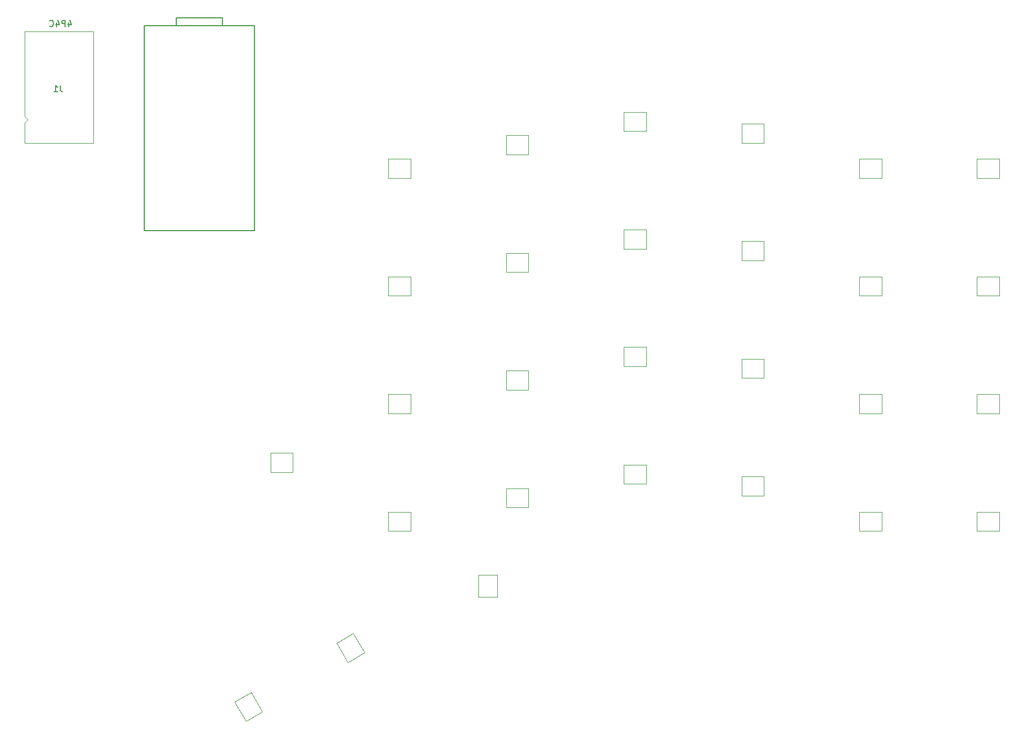
<source format=gbr>
%TF.GenerationSoftware,KiCad,Pcbnew,8.0.1*%
%TF.CreationDate,2024-04-28T15:39:47+00:00*%
%TF.ProjectId,split_kb,73706c69-745f-46b6-922e-6b696361645f,rev?*%
%TF.SameCoordinates,Original*%
%TF.FileFunction,AssemblyDrawing,Bot*%
%FSLAX46Y46*%
G04 Gerber Fmt 4.6, Leading zero omitted, Abs format (unit mm)*
G04 Created by KiCad (PCBNEW 8.0.1) date 2024-04-28 15:39:47*
%MOMM*%
%LPD*%
G01*
G04 APERTURE LIST*
%ADD10C,0.150000*%
%ADD11C,0.100000*%
G04 APERTURE END LIST*
D10*
X74823714Y-38132152D02*
X74823714Y-38798819D01*
X75061809Y-37751200D02*
X75299904Y-38465485D01*
X75299904Y-38465485D02*
X74680857Y-38465485D01*
X74299904Y-38798819D02*
X74299904Y-37798819D01*
X74299904Y-37798819D02*
X73918952Y-37798819D01*
X73918952Y-37798819D02*
X73823714Y-37846438D01*
X73823714Y-37846438D02*
X73776095Y-37894057D01*
X73776095Y-37894057D02*
X73728476Y-37989295D01*
X73728476Y-37989295D02*
X73728476Y-38132152D01*
X73728476Y-38132152D02*
X73776095Y-38227390D01*
X73776095Y-38227390D02*
X73823714Y-38275009D01*
X73823714Y-38275009D02*
X73918952Y-38322628D01*
X73918952Y-38322628D02*
X74299904Y-38322628D01*
X72871333Y-38132152D02*
X72871333Y-38798819D01*
X73109428Y-37751200D02*
X73347523Y-38465485D01*
X73347523Y-38465485D02*
X72728476Y-38465485D01*
X71776095Y-38703580D02*
X71823714Y-38751200D01*
X71823714Y-38751200D02*
X71966571Y-38798819D01*
X71966571Y-38798819D02*
X72061809Y-38798819D01*
X72061809Y-38798819D02*
X72204666Y-38751200D01*
X72204666Y-38751200D02*
X72299904Y-38655961D01*
X72299904Y-38655961D02*
X72347523Y-38560723D01*
X72347523Y-38560723D02*
X72395142Y-38370247D01*
X72395142Y-38370247D02*
X72395142Y-38227390D01*
X72395142Y-38227390D02*
X72347523Y-38036914D01*
X72347523Y-38036914D02*
X72299904Y-37941676D01*
X72299904Y-37941676D02*
X72204666Y-37846438D01*
X72204666Y-37846438D02*
X72061809Y-37798819D01*
X72061809Y-37798819D02*
X71966571Y-37798819D01*
X71966571Y-37798819D02*
X71823714Y-37846438D01*
X71823714Y-37846438D02*
X71776095Y-37894057D01*
X73491333Y-48338819D02*
X73491333Y-49053104D01*
X73491333Y-49053104D02*
X73538952Y-49195961D01*
X73538952Y-49195961D02*
X73634190Y-49291200D01*
X73634190Y-49291200D02*
X73777047Y-49338819D01*
X73777047Y-49338819D02*
X73872285Y-49338819D01*
X72491333Y-49338819D02*
X73062761Y-49338819D01*
X72777047Y-49338819D02*
X72777047Y-48338819D01*
X72777047Y-48338819D02*
X72872285Y-48481676D01*
X72872285Y-48481676D02*
X72967523Y-48576914D01*
X72967523Y-48576914D02*
X73062761Y-48624533D01*
D11*
%TO.C,SW_back_24*%
X202450000Y-117200000D02*
X202450000Y-120300000D01*
X206050000Y-117200000D02*
X202450000Y-117200000D01*
X206050000Y-117200000D02*
X206050000Y-120300000D01*
X206050000Y-120300000D02*
X202450000Y-120300000D01*
%TO.C,SW_back_4*%
X183450000Y-54500000D02*
X183450000Y-57600000D01*
X187050000Y-54500000D02*
X183450000Y-54500000D01*
X187050000Y-54500000D02*
X187050000Y-57600000D01*
X187050000Y-57600000D02*
X183450000Y-57600000D01*
%TO.C,SW_back_10*%
X202450000Y-79200000D02*
X202450000Y-82300000D01*
X206050000Y-79200000D02*
X202450000Y-79200000D01*
X206050000Y-79200000D02*
X206050000Y-82300000D01*
X206050000Y-82300000D02*
X202450000Y-82300000D01*
%TO.C,SW_back_26*%
X164450000Y-109600000D02*
X164450000Y-112700000D01*
X168050000Y-109600000D02*
X164450000Y-109600000D01*
X168050000Y-109600000D02*
X168050000Y-112700000D01*
X168050000Y-112700000D02*
X164450000Y-112700000D01*
%TO.C,SW_back_13*%
X145450000Y-75400000D02*
X145450000Y-78500000D01*
X149050000Y-75400000D02*
X145450000Y-75400000D01*
X149050000Y-75400000D02*
X149050000Y-78500000D01*
X149050000Y-78500000D02*
X145450000Y-78500000D01*
%TO.C,SW_back_16*%
X221450000Y-98200000D02*
X221450000Y-101300000D01*
X225050000Y-98200000D02*
X221450000Y-98200000D01*
X225050000Y-98200000D02*
X225050000Y-101300000D01*
X225050000Y-101300000D02*
X221450000Y-101300000D01*
%TO.C,SW_back_3*%
X202450000Y-60200000D02*
X202450000Y-63300000D01*
X206050000Y-60200000D02*
X202450000Y-60200000D01*
X206050000Y-60200000D02*
X206050000Y-63300000D01*
X206050000Y-63300000D02*
X202450000Y-63300000D01*
%TO.C,SW_back_14*%
X126450000Y-79200000D02*
X126450000Y-82300000D01*
X130050000Y-79200000D02*
X126450000Y-79200000D01*
X130050000Y-79200000D02*
X130050000Y-82300000D01*
X130050000Y-82300000D02*
X126450000Y-82300000D01*
%TO.C,SW_back_19*%
X164450000Y-90600000D02*
X164450000Y-93700000D01*
X168050000Y-90600000D02*
X164450000Y-90600000D01*
X168050000Y-90600000D02*
X168050000Y-93700000D01*
X168050000Y-93700000D02*
X164450000Y-93700000D01*
%TO.C,SW_back_21*%
X126450000Y-98200000D02*
X126450000Y-101300000D01*
X130050000Y-98200000D02*
X126450000Y-98200000D01*
X130050000Y-98200000D02*
X130050000Y-101300000D01*
X130050000Y-101300000D02*
X126450000Y-101300000D01*
%TO.C,SW_back_9*%
X221450000Y-79200000D02*
X221450000Y-82300000D01*
X225050000Y-79200000D02*
X221450000Y-79200000D01*
X225050000Y-79200000D02*
X225050000Y-82300000D01*
X225050000Y-82300000D02*
X221450000Y-82300000D01*
%TO.C,SW_back_1*%
X107450000Y-107700000D02*
X107450000Y-110800000D01*
X111050000Y-107700000D02*
X107450000Y-107700000D01*
X111050000Y-107700000D02*
X111050000Y-110800000D01*
X111050000Y-110800000D02*
X107450000Y-110800000D01*
%TO.C,SW_back_6*%
X145450000Y-56400000D02*
X145450000Y-59500000D01*
X149050000Y-56400000D02*
X145450000Y-56400000D01*
X149050000Y-56400000D02*
X149050000Y-59500000D01*
X149050000Y-59500000D02*
X145450000Y-59500000D01*
%TO.C,SW_back_17*%
X202450000Y-98200000D02*
X202450000Y-101300000D01*
X206050000Y-98200000D02*
X202450000Y-98200000D01*
X206050000Y-98200000D02*
X206050000Y-101300000D01*
X206050000Y-101300000D02*
X202450000Y-101300000D01*
%TO.C,SW_back_5*%
X164450000Y-52600000D02*
X164450000Y-55700000D01*
X168050000Y-52600000D02*
X164450000Y-52600000D01*
X168050000Y-52600000D02*
X168050000Y-55700000D01*
X168050000Y-55700000D02*
X164450000Y-55700000D01*
%TO.C,SW_back_23*%
X221450000Y-117200000D02*
X221450000Y-120300000D01*
X225050000Y-117200000D02*
X221450000Y-117200000D01*
X225050000Y-117200000D02*
X225050000Y-120300000D01*
X225050000Y-120300000D02*
X221450000Y-120300000D01*
%TO.C,SW_back_22*%
X140950000Y-131000000D02*
X140950000Y-127400000D01*
X144050000Y-127400000D02*
X140950000Y-127400000D01*
X144050000Y-131000000D02*
X140950000Y-131000000D01*
X144050000Y-131000000D02*
X144050000Y-127400000D01*
%TO.C,SW_back_12*%
X164450000Y-71600000D02*
X164450000Y-74700000D01*
X168050000Y-71600000D02*
X164450000Y-71600000D01*
X168050000Y-71600000D02*
X168050000Y-74700000D01*
X168050000Y-74700000D02*
X164450000Y-74700000D01*
%TO.C,SW_back_18*%
X183450000Y-92500000D02*
X183450000Y-95600000D01*
X187050000Y-92500000D02*
X183450000Y-92500000D01*
X187050000Y-92500000D02*
X187050000Y-95600000D01*
X187050000Y-95600000D02*
X183450000Y-95600000D01*
%TO.C,SW_back_15*%
X119894040Y-141508846D02*
X118094040Y-138391154D01*
X120778719Y-136841154D02*
X118094040Y-138391154D01*
X122578719Y-139958846D02*
X119894040Y-141508846D01*
X122578719Y-139958846D02*
X120778719Y-136841154D01*
%TO.C,SW_back_25*%
X183450000Y-111500000D02*
X183450000Y-114600000D01*
X187050000Y-111500000D02*
X183450000Y-111500000D01*
X187050000Y-111500000D02*
X187050000Y-114600000D01*
X187050000Y-114600000D02*
X183450000Y-114600000D01*
%TO.C,SW_back_20*%
X145450000Y-94400000D02*
X145450000Y-97500000D01*
X149050000Y-94400000D02*
X145450000Y-94400000D01*
X149050000Y-94400000D02*
X149050000Y-97500000D01*
X149050000Y-97500000D02*
X145450000Y-97500000D01*
%TO.C,SW_back_2*%
X221450000Y-60200000D02*
X221450000Y-63300000D01*
X225050000Y-60200000D02*
X221450000Y-60200000D01*
X225050000Y-60200000D02*
X225050000Y-63300000D01*
X225050000Y-63300000D02*
X221450000Y-63300000D01*
%TO.C,SW_back_11*%
X183450000Y-73500000D02*
X183450000Y-76600000D01*
X187050000Y-73500000D02*
X183450000Y-73500000D01*
X187050000Y-73500000D02*
X187050000Y-76600000D01*
X187050000Y-76600000D02*
X183450000Y-76600000D01*
%TO.C,SW_back_7*%
X126450000Y-60200000D02*
X126450000Y-63300000D01*
X130050000Y-60200000D02*
X126450000Y-60200000D01*
X130050000Y-60200000D02*
X130050000Y-63300000D01*
X130050000Y-63300000D02*
X126450000Y-63300000D01*
%TO.C,SW_back_27*%
X145450000Y-113400000D02*
X145450000Y-116500000D01*
X149050000Y-113400000D02*
X145450000Y-113400000D01*
X149050000Y-113400000D02*
X149050000Y-116500000D01*
X149050000Y-116500000D02*
X145450000Y-116500000D01*
%TO.C,SW_back_8*%
X103439558Y-151008846D02*
X101639558Y-147891154D01*
X104324237Y-146341154D02*
X101639558Y-147891154D01*
X106124237Y-149458846D02*
X103439558Y-151008846D01*
X106124237Y-149458846D02*
X104324237Y-146341154D01*
%TO.C,SW_back_28*%
X126450000Y-117200000D02*
X126450000Y-120300000D01*
X130050000Y-117200000D02*
X126450000Y-117200000D01*
X130050000Y-117200000D02*
X130050000Y-120300000D01*
X130050000Y-120300000D02*
X126450000Y-120300000D01*
D10*
%TO.C,U_back1*%
X87052800Y-38700000D02*
X92192800Y-38700000D01*
X87052800Y-71750000D02*
X87052800Y-38700000D01*
X92202800Y-37400000D02*
X99702800Y-37400000D01*
X92202800Y-38700000D02*
X92202800Y-37400000D01*
X92202800Y-38700000D02*
X99702800Y-38700000D01*
X99702800Y-38700000D02*
X104852800Y-38700000D01*
X99702800Y-38700961D02*
X99702800Y-37400000D01*
X104852800Y-38700000D02*
X104852800Y-71750000D01*
X104852800Y-71750000D02*
X87052800Y-71750000D01*
D11*
%TO.C,J1*%
X67750000Y-39600000D02*
X78850000Y-39600000D01*
X67750000Y-53335000D02*
X67750000Y-39600000D01*
X67750000Y-54335000D02*
X68250000Y-53835000D01*
X67750000Y-57600000D02*
X67750000Y-54335000D01*
X68250000Y-53835000D02*
X67750000Y-53335000D01*
X78850000Y-39600000D02*
X78850000Y-57600000D01*
X78850000Y-57600000D02*
X67750000Y-57600000D01*
%TD*%
M02*

</source>
